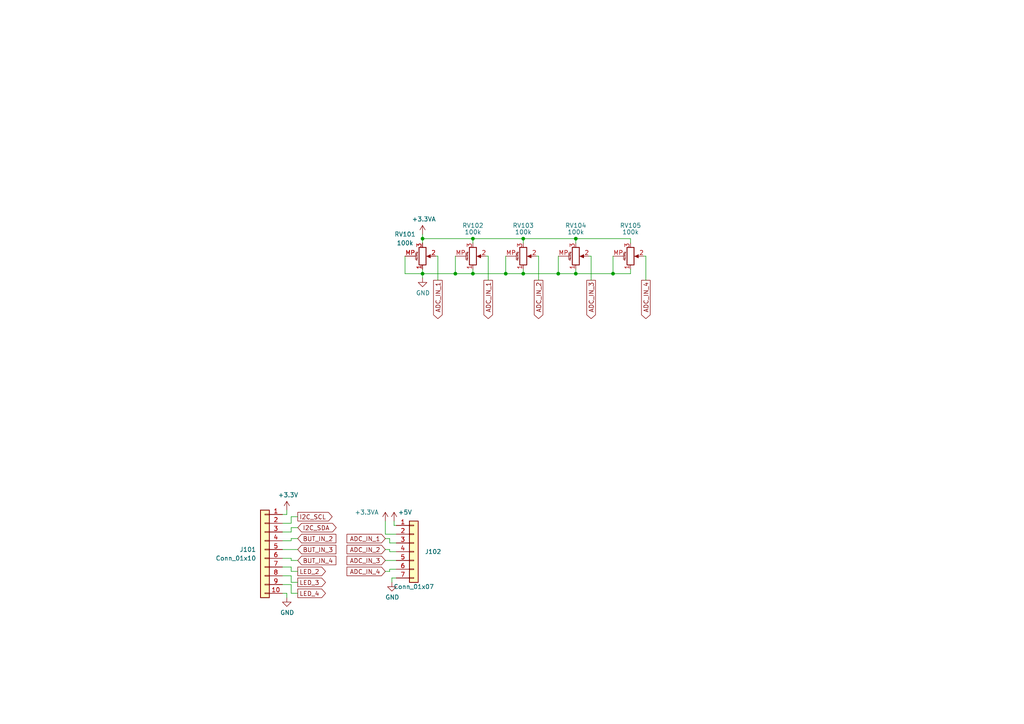
<source format=kicad_sch>
(kicad_sch (version 20230121) (generator eeschema)
  (paper "A4")
  (title_block (title "FXDSP Pot Board") (date "2023-04-21") (rev "r01") (company "Nuclear Lighthouse Studios") (comment 1 "CC BY-NC-SA"))
  (lib_symbols
    (symbol "Connector_Generic:Conn_01x07" (pin_names (offset 1.016) hide)
      (property "Reference" "J" (at 0 10.16 0))
      (property "Value" "Conn_01x07" (at 0 -10.16 0))
      (symbol "Conn_01x07_1_1"
        (rectangle (start -1.27 -7.493) (end 0 -7.747) (stroke (width 0.1524)))
        (rectangle (start -1.27 -4.953) (end 0 -5.207) (stroke (width 0.1524)))
        (rectangle (start -1.27 -2.413) (end 0 -2.667) (stroke (width 0.1524)))
        (rectangle (start -1.27 0.127) (end 0 -0.127) (stroke (width 0.1524)))
        (rectangle (start -1.27 2.667) (end 0 2.413) (stroke (width 0.1524)))
        (rectangle (start -1.27 5.207) (end 0 4.953) (stroke (width 0.1524)))
        (rectangle (start -1.27 7.747) (end 0 7.493) (stroke (width 0.1524)))
        (rectangle (start -1.27 8.89) (end 1.27 -8.89) (stroke (width 0.254)) (fill (type background)))
        (pin passive line (at -5.08 7.62 0) (length 3.81) (name "Pin_1") (number "1"))
        (pin passive line (at -5.08 5.08 0) (length 3.81) (name "Pin_2") (number "2"))
        (pin passive line (at -5.08 2.54 0) (length 3.81) (name "Pin_3") (number "3"))
        (pin passive line (at -5.08 0 0) (length 3.81) (name "Pin_4") (number "4"))
        (pin passive line (at -5.08 -2.54 0) (length 3.81) (name "Pin_5") (number "5"))
        (pin passive line (at -5.08 -5.08 0) (length 3.81) (name "Pin_6") (number "6"))
        (pin passive line (at -5.08 -7.62 0) (length 3.81) (name "Pin_7") (number "7"))
      )
    )
    (symbol "Connector_Generic:Conn_01x10" (pin_names (offset 1.016) hide)
      (property "Reference" "J" (at 0 12.7 0))
      (property "Value" "Conn_01x10" (at 0 -15.24 0))
      (symbol "Conn_01x10_1_1"
        (rectangle (start -1.27 -12.573) (end 0 -12.827) (stroke (width 0.1524)))
        (rectangle (start -1.27 -10.033) (end 0 -10.287) (stroke (width 0.1524)))
        (rectangle (start -1.27 -7.493) (end 0 -7.747) (stroke (width 0.1524)))
        (rectangle (start -1.27 -4.953) (end 0 -5.207) (stroke (width 0.1524)))
        (rectangle (start -1.27 -2.413) (end 0 -2.667) (stroke (width 0.1524)))
        (rectangle (start -1.27 0.127) (end 0 -0.127) (stroke (width 0.1524)))
        (rectangle (start -1.27 2.667) (end 0 2.413) (stroke (width 0.1524)))
        (rectangle (start -1.27 5.207) (end 0 4.953) (stroke (width 0.1524)))
        (rectangle (start -1.27 7.747) (end 0 7.493) (stroke (width 0.1524)))
        (rectangle (start -1.27 10.287) (end 0 10.033) (stroke (width 0.1524)))
        (rectangle (start -1.27 11.43) (end 1.27 -13.97) (stroke (width 0.254)) (fill (type background)))
        (pin passive line (at -5.08 10.16 0) (length 3.81) (name "Pin_1") (number "1"))
        (pin passive line (at -5.08 -12.7 0) (length 3.81) (name "Pin_10") (number "10"))
        (pin passive line (at -5.08 7.62 0) (length 3.81) (name "Pin_2") (number "2"))
        (pin passive line (at -5.08 5.08 0) (length 3.81) (name "Pin_3") (number "3"))
        (pin passive line (at -5.08 2.54 0) (length 3.81) (name "Pin_4") (number "4"))
        (pin passive line (at -5.08 0 0) (length 3.81) (name "Pin_5") (number "5"))
        (pin passive line (at -5.08 -2.54 0) (length 3.81) (name "Pin_6") (number "6"))
        (pin passive line (at -5.08 -5.08 0) (length 3.81) (name "Pin_7") (number "7"))
        (pin passive line (at -5.08 -7.62 0) (length 3.81) (name "Pin_8") (number "8"))
        (pin passive line (at -5.08 -10.16 0) (length 3.81) (name "Pin_9") (number "9"))
      )
    )
    (symbol "Device:R_Potentiometer_MountingPin" (pin_names (offset 1.016) hide)
      (property "Reference" "RV" (at -8.255 0 90))
      (property "Value" "R_Potentiometer_MountingPin" (at -6.35 0 90))
      (symbol "R_Potentiometer_MountingPin_0_1"
        (polyline (pts (xy 2.54 0) (xy 1.524 0)))
        (polyline (pts (xy 1.143 0) (xy 2.286 0.508) (xy 2.286 -0.508)) (fill (type outline)))
        (rectangle (start 1.016 2.54) (end -1.016 -2.54) (stroke (width 0.254)))
      )
      (symbol "R_Potentiometer_MountingPin_1_1"
        (polyline (pts (xy -2.032 1.016) (xy -2.032 -1.016)) (stroke (width 0.1524)))
        (text "Mounting" (at -1.651 0 900) (effects (font (size 0.381 0.381))))
        (pin passive line (at 0 3.81 270) (length 1.27) (name "1") (number "1"))
        (pin passive line (at 3.81 0 180) (length 1.27) (name "2") (number "2"))
        (pin passive line (at 0 -3.81 90) (length 1.27) (name "3") (number "3"))
        (pin passive line (at -5.08 0 0) (length 3.048) (name "MountPin") (number "MP"))
      )
    )
    (symbol "power:+3.3V" (power) (pin_names (offset 0))
      (property "Value" "+3.3V" (at 0 3.556 0))
      (symbol "+3.3V_0_1"
        (polyline (pts (xy -0.762 1.27) (xy 0 2.54)))
        (polyline (pts (xy 0 0) (xy 0 2.54)))
        (polyline (pts (xy 0 2.54) (xy 0.762 1.27)))
      )
      (symbol "+3.3V_1_1"
        (pin power_in line (at 0 0 90) (length 0) hide (name "+3.3V") (number "1"))
      )
    )
    (symbol "power:+3.3VA" (power) (pin_names (offset 0))
      (property "Value" "+3.3VA" (at 0 3.556 0))
      (symbol "+3.3VA_0_1"
        (polyline (pts (xy -0.762 1.27) (xy 0 2.54)))
        (polyline (pts (xy 0 0) (xy 0 2.54)))
        (polyline (pts (xy 0 2.54) (xy 0.762 1.27)))
      )
      (symbol "+3.3VA_1_1"
        (pin power_in line (at 0 0 90) (length 0) hide (name "+3.3VA") (number "1"))
      )
    )
    (symbol "power:+5V" (power) (pin_names (offset 0))
      (property "Value" "+5V" (at 0 3.556 0))
      (symbol "+5V_0_1"
        (polyline (pts (xy -0.762 1.27) (xy 0 2.54)))
        (polyline (pts (xy 0 0) (xy 0 2.54)))
        (polyline (pts (xy 0 2.54) (xy 0.762 1.27)))
      )
      (symbol "+5V_1_1"
        (pin power_in line (at 0 0 90) (length 0) hide (name "+5V") (number "1"))
      )
    )
    (symbol "power:GND" (power) (pin_names (offset 0))
      (property "Value" "GND" (at 0 -3.81 0))
      (symbol "GND_0_1"
        (polyline (pts (xy 0 0) (xy 0 -1.27) (xy 1.27 -1.27) (xy 0 -2.54) (xy -1.27 -1.27) (xy 0 -1.27)))
      )
      (symbol "GND_1_1"
        (pin power_in line (at 0 0 270) (length 0) hide (name "GND") (number "1"))
      )
    )
  )
  (junction (at 122.555 79.375))
  (junction (at 151.765 79.375))
  (junction (at 137.16 79.375))
  (junction (at 137.16 69.215))
  (junction (at 167.005 79.375))
  (junction (at 132.08 79.375))
  (junction (at 122.555 69.215))
  (junction (at 151.765 69.215))
  (junction (at 161.925 79.375))
  (junction (at 146.685 79.375))
  (junction (at 177.8 79.375))
  (junction (at 167.005 69.215))
  (wire (pts (xy 84.455 167.005) (xy 84.455 168.91)))
  (wire (pts (xy 111.76 162.56) (xy 114.935 162.56)))
  (wire (pts (xy 113.03 157.48) (xy 114.935 157.48)))
  (wire (pts (xy 113.665 168.91) (xy 113.665 167.64)))
  (wire (pts (xy 161.925 79.375) (xy 167.005 79.375)))
  (wire (pts (xy 84.455 153.035) (xy 86.36 153.035)))
  (wire (pts (xy 84.455 154.305) (xy 84.455 153.035)))
  (wire (pts (xy 122.555 69.215) (xy 137.16 69.215)))
  (wire (pts (xy 151.765 79.375) (xy 161.925 79.375)))
  (wire (pts (xy 171.45 81.28) (xy 171.45 74.295)))
  (wire (pts (xy 81.915 159.385) (xy 86.36 159.385)))
  (wire (pts (xy 84.455 162.56) (xy 86.36 162.56)))
  (wire (pts (xy 127 81.28) (xy 127 74.295)))
  (wire (pts (xy 156.21 74.295) (xy 155.575 74.295)))
  (wire (pts (xy 177.8 79.375) (xy 167.005 79.375)))
  (wire (pts (xy 161.925 74.295) (xy 161.925 79.375)))
  (wire (pts (xy 81.915 151.765) (xy 84.455 151.765)))
  (wire (pts (xy 122.555 78.105) (xy 122.555 79.375)))
  (wire (pts (xy 111.76 156.21) (xy 113.03 156.21)))
  (wire (pts (xy 84.455 169.545) (xy 84.455 172.085)))
  (wire (pts (xy 132.08 74.295) (xy 132.08 79.375)))
  (wire (pts (xy 141.605 74.295) (xy 140.97 74.295)))
  (wire (pts (xy 81.915 154.305) (xy 84.455 154.305)))
  (wire (pts (xy 84.455 172.085) (xy 86.36 172.085)))
  (wire (pts (xy 182.88 79.375) (xy 177.8 79.375)))
  (wire (pts (xy 141.605 81.28) (xy 141.605 74.295)))
  (wire (pts (xy 156.21 81.28) (xy 156.21 74.295)))
  (wire (pts (xy 151.765 78.105) (xy 151.765 79.375)))
  (wire (pts (xy 84.455 149.86) (xy 86.36 149.86)))
  (wire (pts (xy 127 74.295) (xy 126.365 74.295)))
  (wire (pts (xy 177.8 74.295) (xy 177.8 79.375)))
  (wire (pts (xy 187.325 74.295) (xy 186.69 74.295)))
  (wire (pts (xy 171.45 74.295) (xy 170.815 74.295)))
  (wire (pts (xy 167.005 78.105) (xy 167.005 79.375)))
  (wire (pts (xy 113.03 156.21) (xy 113.03 157.48)))
  (wire (pts (xy 111.76 151.13) (xy 111.76 154.94)))
  (wire (pts (xy 84.455 151.765) (xy 84.455 149.86)))
  (wire (pts (xy 117.475 79.375) (xy 122.555 79.375)))
  (wire (pts (xy 84.455 156.845) (xy 84.455 156.21)))
  (wire (pts (xy 111.76 154.94) (xy 114.935 154.94)))
  (wire (pts (xy 187.325 81.28) (xy 187.325 74.295)))
  (wire (pts (xy 84.455 164.465) (xy 84.455 165.735)))
  (wire (pts (xy 83.185 172.085) (xy 83.185 173.355)))
  (wire (pts (xy 113.03 165.735) (xy 113.03 165.1)))
  (wire (pts (xy 81.915 169.545) (xy 84.455 169.545)))
  (wire (pts (xy 113.665 167.64) (xy 114.935 167.64)))
  (wire (pts (xy 137.16 79.375) (xy 146.685 79.375)))
  (wire (pts (xy 81.915 161.925) (xy 84.455 161.925)))
  (wire (pts (xy 81.915 156.845) (xy 84.455 156.845)))
  (wire (pts (xy 122.555 79.375) (xy 132.08 79.375)))
  (wire (pts (xy 113.03 165.1) (xy 114.935 165.1)))
  (wire (pts (xy 111.76 165.735) (xy 113.03 165.735)))
  (wire (pts (xy 84.455 165.735) (xy 86.36 165.735)))
  (wire (pts (xy 122.555 69.215) (xy 122.555 70.485)))
  (wire (pts (xy 151.765 70.485) (xy 151.765 69.215)))
  (wire (pts (xy 146.685 79.375) (xy 151.765 79.375)))
  (wire (pts (xy 114.3 152.4) (xy 114.935 152.4)))
  (wire (pts (xy 151.765 69.215) (xy 167.005 69.215)))
  (wire (pts (xy 146.685 74.295) (xy 146.685 79.375)))
  (wire (pts (xy 117.475 74.295) (xy 117.475 79.375)))
  (wire (pts (xy 137.16 70.485) (xy 137.16 69.215)))
  (wire (pts (xy 114.3 151.13) (xy 114.3 152.4)))
  (wire (pts (xy 111.76 159.385) (xy 113.03 159.385)))
  (wire (pts (xy 113.03 160.02) (xy 114.935 160.02)))
  (wire (pts (xy 182.88 70.485) (xy 182.88 69.215)))
  (wire (pts (xy 182.88 78.105) (xy 182.88 79.375)))
  (wire (pts (xy 81.915 149.225) (xy 83.185 149.225)))
  (wire (pts (xy 137.16 78.105) (xy 137.16 79.375)))
  (wire (pts (xy 84.455 156.21) (xy 86.36 156.21)))
  (wire (pts (xy 84.455 161.925) (xy 84.455 162.56)))
  (wire (pts (xy 122.555 79.375) (xy 122.555 80.645)))
  (wire (pts (xy 182.88 69.215) (xy 167.005 69.215)))
  (wire (pts (xy 113.03 159.385) (xy 113.03 160.02)))
  (wire (pts (xy 84.455 168.91) (xy 86.36 168.91)))
  (wire (pts (xy 83.185 149.225) (xy 83.185 147.955)))
  (wire (pts (xy 167.005 70.485) (xy 167.005 69.215)))
  (wire (pts (xy 81.915 167.005) (xy 84.455 167.005)))
  (wire (pts (xy 132.08 79.375) (xy 137.16 79.375)))
  (wire (pts (xy 81.915 164.465) (xy 84.455 164.465)))
  (wire (pts (xy 81.915 172.085) (xy 83.185 172.085)))
  (wire (pts (xy 122.555 67.945) (xy 122.555 69.215)))
  (wire (pts (xy 137.16 69.215) (xy 151.765 69.215)))
  (global_label "ADC_IN_1" (shape output) (at 127 81.28 270) (property "Intersheetrefs" "${INTERSHEET_REFS}" (effects hide)))
  (global_label "BUT_IN_3" (shape input) (at 86.36 159.385 0) (property "Intersheetrefs" "${INTERSHEET_REFS}" (effects hide)))
  (global_label "I2C_SDA" (shape bidirectional) (at 86.36 153.035 0) (property "Intersheetrefs" "${INTERSHEET_REFS}" (effects hide)))
  (global_label "ADC_IN_2" (shape input) (at 111.76 159.385 180) (property "Intersheetrefs" "${INTERSHEET_REFS}" (effects hide)))
  (global_label "LED_4" (shape output) (at 86.36 172.085 0) (property "Intersheetrefs" "${INTERSHEET_REFS}" (effects hide)))
  (global_label "ADC_IN_4" (shape input) (at 111.76 165.735 180) (property "Intersheetrefs" "${INTERSHEET_REFS}" (effects hide)))
  (global_label "ADC_IN_2" (shape output) (at 156.21 81.28 270) (property "Intersheetrefs" "${INTERSHEET_REFS}" (effects hide)))
  (global_label "LED_3" (shape output) (at 86.36 168.91 0) (property "Intersheetrefs" "${INTERSHEET_REFS}" (effects hide)))
  (global_label "ADC_IN_3" (shape output) (at 171.45 81.28 270) (property "Intersheetrefs" "${INTERSHEET_REFS}" (effects hide)))
  (global_label "ADC_IN_1" (shape output) (at 141.605 81.28 270) (property "Intersheetrefs" "${INTERSHEET_REFS}" (effects hide)))
  (global_label "BUT_IN_2" (shape input) (at 86.36 156.21 0) (property "Intersheetrefs" "${INTERSHEET_REFS}" (effects hide)))
  (global_label "ADC_IN_3" (shape input) (at 111.76 162.56 180) (property "Intersheetrefs" "${INTERSHEET_REFS}" (effects hide)))
  (global_label "BUT_IN_4" (shape input) (at 86.36 162.56 0) (property "Intersheetrefs" "${INTERSHEET_REFS}" (effects hide)))
  (global_label "I2C_SCL" (shape output) (at 86.36 149.86 0) (property "Intersheetrefs" "${INTERSHEET_REFS}" (effects hide)))
  (global_label "ADC_IN_4" (shape output) (at 187.325 81.28 270) (property "Intersheetrefs" "${INTERSHEET_REFS}" (effects hide)))
  (global_label "LED_2" (shape output) (at 86.36 165.735 0) (property "Intersheetrefs" "${INTERSHEET_REFS}" (effects hide)))
  (global_label "ADC_IN_1" (shape input) (at 111.76 156.21 180) (property "Intersheetrefs" "${INTERSHEET_REFS}" (effects hide)))
  (symbol (lib_id "Device:R_Potentiometer_MountingPin") (at 151.765 74.295 0) (mirror x) (unit 1)
    (property "Reference" "RV103" (at 151.765 65.405 0))
    (property "Value" "100k" (at 151.765 67.31 0))
    (property "Footprint" "Potentiometer_THT:Potentiometer_Alps_RK09K_Single_Vertical" (effects hide))
  )
  (symbol (lib_id "Device:R_Potentiometer_MountingPin") (at 122.555 74.295 0) (mirror x) (unit 1)
    (property "Reference" "RV101" (at 117.475 67.945 0))
    (property "Value" "100k" (at 117.475 70.485 0))
    (property "Footprint" "Potentiometer_THT:Potentiometer_Alps_RK09K_Single_Vertical" (effects hide))
  )
  (symbol (lib_id "power:GND") (at 113.665 168.91 0) (unit 1)
    (property "Reference" "#PWR0106" (effects hide))
    (property "Value" "GND" (at 113.7793 173.2344 0))
  )
  (symbol (lib_id "Connector_Generic:Conn_01x10") (at 76.835 159.385 0) (mirror y) (unit 1)
    (property "Reference" "J101" (at 74.295 159.3849 0) (effects (justify left)))
    (property "Value" "Conn_01x10" (at 74.295 161.9249 0) (effects (justify left)))
    (property "Footprint" "Connector_PinHeader_2.54mm:PinHeader_1x10_P2.54mm_Vertical" (effects hide))
  )
  (symbol (lib_id "Device:R_Potentiometer_MountingPin") (at 137.16 74.295 0) (mirror x) (unit 1)
    (property "Reference" "RV102" (at 137.16 65.405 0))
    (property "Value" "100k" (at 137.16 67.31 0))
    (property "Footprint" "Potentiometer_THT:Potentiometer_Alps_RK09K_Single_Vertical" (effects hide))
  )
  (symbol (lib_id "power:+3.3VA") (at 111.76 151.13 0) (unit 1)
    (property "Reference" "#PWR0105" (effects hide))
    (property "Value" "+3.3VA" (at 109.855 148.59 0) (effects (justify right)))
  )
  (symbol (lib_id "Device:R_Potentiometer_MountingPin") (at 167.005 74.295 0) (mirror x) (unit 1)
    (property "Reference" "RV104" (at 167.005 65.405 0))
    (property "Value" "100k" (at 167.005 67.31 0))
    (property "Footprint" "Potentiometer_THT:Potentiometer_Alps_RK09K_Single_Vertical" (effects hide))
  )
  (symbol (lib_id "power:+3.3V") (at 83.185 147.955 0) (unit 1)
    (property "Reference" "#PWR0103" (effects hide))
    (property "Value" "+3.3V" (at 83.566 143.5608 0))
  )
  (symbol (lib_id "power:+5V") (at 114.3 151.13 0) (unit 1)
    (property "Reference" "#PWR0107" (effects hide))
    (property "Value" "+5V" (at 117.475 148.59 0))
  )
  (symbol (lib_id "Connector_Generic:Conn_01x07") (at 120.015 160.02 0) (unit 1)
    (property "Reference" "J102" (at 123.19 160.0199 0) (effects (justify left)))
    (property "Value" "Conn_01x07" (at 120.015 170.18 0))
    (property "Footprint" "Connector_PinHeader_2.54mm:PinHeader_1x07_P2.54mm_Vertical" (effects hide))
  )
  (symbol (lib_id "Device:R_Potentiometer_MountingPin") (at 182.88 74.295 0) (mirror x) (unit 1)
    (property "Reference" "RV105" (at 182.88 65.405 0))
    (property "Value" "100k" (at 182.88 67.31 0))
    (property "Footprint" "Potentiometer_THT:Potentiometer_Alps_RK09K_Single_Vertical" (effects hide))
  )
  (symbol (lib_id "power:GND") (at 122.555 80.645 0) (unit 1)
    (property "Reference" "#PWR0102" (effects hide))
    (property "Value" "GND" (at 122.6693 84.9694 0))
  )
  (symbol (lib_id "power:+3.3VA") (at 122.555 67.945 0) (unit 1)
    (property "Reference" "#PWR0101" (effects hide))
    (property "Value" "+3.3VA" (at 122.936 63.5508 0))
  )
  (symbol (lib_id "power:GND") (at 83.185 173.355 0) (unit 1)
    (property "Reference" "#PWR0104" (effects hide))
    (property "Value" "GND" (at 83.2993 177.6794 0))
  )
)
</source>
